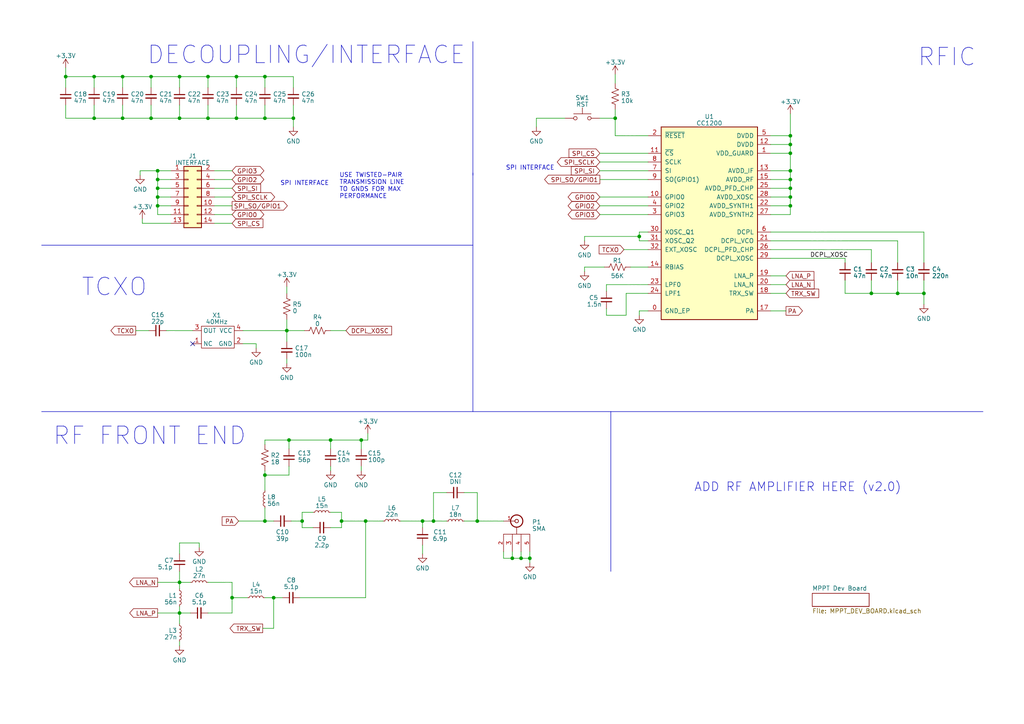
<source format=kicad_sch>
(kicad_sch (version 20230121) (generator eeschema)
  (paper "A4")
  (title_block (title "CC1200 Development Board") (date "11/12/2023") (rev "v1.0") (company "SOUTH CASCADE CONTRACTING LLC"))
  (lib_symbols
    (symbol "Connector_Generic:Conn_02x07_Odd_Even" (pin_names (offset 1.016) hide)
      (property "Reference" "J" (at 1.27 10.16 0))
      (property "Value" "Conn_02x07_Odd_Even" (at 1.27 -10.16 0))
      (symbol "Conn_02x07_Odd_Even_1_1"
        (rectangle (start -1.27 -7.493) (end 0 -7.747) (stroke (width 0.1524)))
        (rectangle (start -1.27 -4.953) (end 0 -5.207) (stroke (width 0.1524)))
        (rectangle (start -1.27 -2.413) (end 0 -2.667) (stroke (width 0.1524)))
        (rectangle (start -1.27 0.127) (end 0 -0.127) (stroke (width 0.1524)))
        (rectangle (start -1.27 2.667) (end 0 2.413) (stroke (width 0.1524)))
        (rectangle (start -1.27 5.207) (end 0 4.953) (stroke (width 0.1524)))
        (rectangle (start -1.27 7.747) (end 0 7.493) (stroke (width 0.1524)))
        (rectangle (start -1.27 8.89) (end 3.81 -8.89) (stroke (width 0.254)) (fill (type background)))
        (rectangle (start 3.81 -7.493) (end 2.54 -7.747) (stroke (width 0.1524)))
        (rectangle (start 3.81 -4.953) (end 2.54 -5.207) (stroke (width 0.1524)))
        (rectangle (start 3.81 -2.413) (end 2.54 -2.667) (stroke (width 0.1524)))
        (rectangle (start 3.81 0.127) (end 2.54 -0.127) (stroke (width 0.1524)))
        (rectangle (start 3.81 2.667) (end 2.54 2.413) (stroke (width 0.1524)))
        (rectangle (start 3.81 5.207) (end 2.54 4.953) (stroke (width 0.1524)))
        (rectangle (start 3.81 7.747) (end 2.54 7.493) (stroke (width 0.1524)))
        (pin passive line (at -5.08 7.62 0) (length 3.81) (name "Pin_1") (number "1"))
        (pin passive line (at 7.62 -2.54 180) (length 3.81) (name "Pin_10") (number "10"))
        (pin passive line (at -5.08 -5.08 0) (length 3.81) (name "Pin_11") (number "11"))
        (pin passive line (at 7.62 -5.08 180) (length 3.81) (name "Pin_12") (number "12"))
        (pin passive line (at -5.08 -7.62 0) (length 3.81) (name "Pin_13") (number "13"))
        (pin passive line (at 7.62 -7.62 180) (length 3.81) (name "Pin_14") (number "14"))
        (pin passive line (at 7.62 7.62 180) (length 3.81) (name "Pin_2") (number "2"))
        (pin passive line (at -5.08 5.08 0) (length 3.81) (name "Pin_3") (number "3"))
        (pin passive line (at 7.62 5.08 180) (length 3.81) (name "Pin_4") (number "4"))
        (pin passive line (at -5.08 2.54 0) (length 3.81) (name "Pin_5") (number "5"))
        (pin passive line (at 7.62 2.54 180) (length 3.81) (name "Pin_6") (number "6"))
        (pin passive line (at -5.08 0 0) (length 3.81) (name "Pin_7") (number "7"))
        (pin passive line (at 7.62 0 180) (length 3.81) (name "Pin_8") (number "8"))
        (pin passive line (at -5.08 -2.54 0) (length 3.81) (name "Pin_9") (number "9"))
      )
    )
    (symbol "Device:C_Small" (pin_numbers hide) (pin_names (offset 0.254) hide)
      (property "Reference" "C" (at 0.254 1.778 0))
      (property "Value" "C_Small" (at 0.254 -2.032 0))
      (symbol "C_Small_0_1"
        (polyline (pts (xy -1.524 -0.508) (xy 1.524 -0.508)) (stroke (width 0.3302)))
        (polyline (pts (xy -1.524 0.508) (xy 1.524 0.508)) (stroke (width 0.3048)))
      )
      (symbol "C_Small_1_1"
        (pin passive line (at 0 2.54 270) (length 2.032) (name "~") (number "1"))
        (pin passive line (at 0 -2.54 90) (length 2.032) (name "~") (number "2"))
      )
    )
    (symbol "Device:L_Small" (pin_numbers hide) (pin_names (offset 0.254) hide)
      (property "Reference" "L" (at 0.762 1.016 0))
      (property "Value" "L_Small" (at 0.762 -1.016 0))
      (symbol "L_Small_0_1"
        (arc (start 0 -2.032) (mid 0.5058 -1.524) (end 0 -1.016))
        (arc (start 0 -1.016) (mid 0.5058 -0.508) (end 0 0))
        (arc (start 0 0) (mid 0.5058 0.508) (end 0 1.016))
        (arc (start 0 1.016) (mid 0.5058 1.524) (end 0 2.032))
      )
      (symbol "L_Small_1_1"
        (pin passive line (at 0 2.54 270) (length 0.508) (name "~") (number "1"))
        (pin passive line (at 0 -2.54 90) (length 0.508) (name "~") (number "2"))
      )
    )
    (symbol "Device:R_US" (pin_numbers hide) (pin_names (offset 0))
      (property "Reference" "R" (at 2.54 0 90))
      (property "Value" "R_US" (at -2.54 0 90))
      (symbol "R_US_0_1"
        (polyline (pts (xy 0 -2.286) (xy 0 -2.54)))
        (polyline (pts (xy 0 2.286) (xy 0 2.54)))
        (polyline (pts (xy 0 -0.762) (xy 1.016 -1.143) (xy 0 -1.524) (xy -1.016 -1.905) (xy 0 -2.286)))
        (polyline (pts (xy 0 0.762) (xy 1.016 0.381) (xy 0 0) (xy -1.016 -0.381) (xy 0 -0.762)))
        (polyline (pts (xy 0 2.286) (xy 1.016 1.905) (xy 0 1.524) (xy -1.016 1.143) (xy 0 0.762)))
      )
      (symbol "R_US_1_1"
        (pin passive line (at 0 3.81 270) (length 1.27) (name "~") (number "1"))
        (pin passive line (at 0 -3.81 90) (length 1.27) (name "~") (number "2"))
      )
    )
    (symbol "RF:CC1200" (pin_names (offset 1.016))
      (property "Reference" "U1" (at 0 30.9499 0))
      (property "Value" "CC1200" (at 0 29.0289 0))
      (symbol "CC1200_0_1"
        (rectangle (start -13.97 27.94) (end 13.97 -27.94) (stroke (width 0.254)) (fill (type background)))
      )
      (symbol "CC1200_1_1"
        (pin power_in line (at -17.78 -25.4 0) (length 3.81) (name "GND_EP") (number "0"))
        (pin power_in line (at 17.78 20.32 180) (length 3.81) (name "VDD_GUARD") (number "1"))
        (pin bidirectional line (at -17.78 7.62 0) (length 3.81) (name "GPIO0") (number "10"))
        (pin input line (at -17.78 20.32 0) (length 3.81) (name "~{CS}") (number "11"))
        (pin power_in line (at 17.78 22.86 180) (length 3.81) (name "DVDD") (number "12"))
        (pin power_in line (at 17.78 15.24 180) (length 3.81) (name "AVDD_IF") (number "13"))
        (pin passive line (at -17.78 -12.7 0) (length 3.81) (name "RBIAS") (number "14"))
        (pin power_in line (at 17.78 12.7 180) (length 3.81) (name "AVDD_RF") (number "15"))
        (pin passive line (at 17.78 -25.4 180) (length 3.81) (name "PA") (number "17"))
        (pin passive line (at 17.78 -20.32 180) (length 3.81) (name "TRX_SW") (number "18"))
        (pin passive line (at 17.78 -15.24 180) (length 3.81) (name "LNA_P") (number "19"))
        (pin input line (at -17.78 25.4 0) (length 3.81) (name "~{RESET}") (number "2"))
        (pin passive line (at 17.78 -17.78 180) (length 3.81) (name "LNA_N") (number "20"))
        (pin power_out line (at 17.78 -5.08 180) (length 3.81) (name "DCPL_VCO") (number "21"))
        (pin power_in line (at 17.78 5.08 180) (length 3.81) (name "AVDD_SYNTH1") (number "22"))
        (pin passive line (at -17.78 -17.78 0) (length 3.81) (name "LPF0") (number "23"))
        (pin passive line (at -17.78 -20.32 0) (length 3.81) (name "LPF1") (number "24"))
        (pin power_in line (at 17.78 10.16 180) (length 3.81) (name "AVDD_PFD_CHP") (number "25"))
        (pin power_out line (at 17.78 -7.62 180) (length 3.81) (name "DCPL_PFD_CHP") (number "26"))
        (pin power_in line (at 17.78 2.54 180) (length 3.81) (name "AVDD_SYNTH2") (number "27"))
        (pin power_in line (at 17.78 7.62 180) (length 3.81) (name "AVDD_XOSC") (number "28"))
        (pin power_out line (at 17.78 -10.16 180) (length 3.81) (name "DCPL_XOSC") (number "29"))
        (pin bidirectional line (at -17.78 2.54 0) (length 3.81) (name "GPIO3") (number "3"))
        (pin passive line (at -17.78 -2.54 0) (length 3.81) (name "XOSC_Q1") (number "30"))
        (pin passive line (at -17.78 -5.08 0) (length 3.81) (name "XOSC_Q2") (number "31"))
        (pin input line (at -17.78 -7.62 0) (length 3.81) (name "EXT_XOSC") (number "32"))
        (pin bidirectional line (at -17.78 5.08 0) (length 3.81) (name "GPIO2") (number "4"))
        (pin power_in line (at 17.78 25.4 180) (length 3.81) (name "DVDD") (number "5"))
        (pin power_out line (at 17.78 -2.54 180) (length 3.81) (name "DCPL") (number "6"))
        (pin input line (at -17.78 15.24 0) (length 3.81) (name "SI") (number "7"))
        (pin input line (at -17.78 17.78 0) (length 3.81) (name "SCLK") (number "8"))
        (pin bidirectional line (at -17.78 12.7 0) (length 3.81) (name "SO(GPIO1)") (number "9"))
      )
    )
    (symbol "Switch:SW_Push" (pin_numbers hide) (pin_names (offset 1.016) hide)
      (property "Reference" "SW" (at 1.27 2.54 0))
      (property "Value" "SW_Push" (at 0 -1.524 0))
      (symbol "SW_Push_0_1"
        (circle (center -2.032 0) (radius 0.508))
        (polyline (pts (xy 0 1.27) (xy 0 3.048)))
        (polyline (pts (xy 2.54 1.27) (xy -2.54 1.27)))
        (circle (center 2.032 0) (radius 0.508))
        (pin passive line (at -5.08 0 0) (length 2.54) (name "1") (number "1"))
        (pin passive line (at 5.08 0 180) (length 2.54) (name "2") (number "2"))
      )
    )
    (symbol "TCXO:TG2520SMN-40.0000M"
      (property "Reference" "X1" (at 0 6.35 0))
      (property "Value" "40MHz" (at 0 4.445 0))
      (symbol "TG2520SMN-40.0000M_0_1"
        (rectangle (start -4.445 3.175) (end 5.08 -3.175))
      )
      (symbol "TG2520SMN-40.0000M_1_1"
        (pin input line (at -6.985 -1.905 0) (length 2.54) (name "NC") (number "1"))
        (pin input line (at 7.62 -1.905 180) (length 2.54) (name "GND") (number "2"))
        (pin output line (at -6.985 1.905 0) (length 2.54) (name "OUT") (number "3"))
        (pin input line (at 7.62 1.905 180) (length 2.54) (name "VCC") (number "4"))
      )
    )
    (symbol "amsat_te_amp:SMA" (pin_names (offset 1.016) hide)
      (property "Reference" "P" (at 0.254 3.048 0))
      (property "Value" "SMA" (at 2.794 -1.524 90))
      (symbol "SMA_0_1"
        (polyline (pts (xy -3.81 -3.81) (xy 3.81 -3.81)))
        (polyline (pts (xy 0 -3.81) (xy 0 -1.778)))
        (circle (center 0 0) (radius 0.508) (stroke (width 0.2032)))
        (circle (center 0 0) (radius 1.778) (stroke (width 0.3048)))
      )
      (symbol "SMA_1_1"
        (pin passive line (at -3.81 0 0) (length 3.302) (name "In") (number "1"))
        (pin passive line (at -3.81 -8.89 90) (length 5.08) (name "Body") (number "2"))
        (pin input line (at -1.27 -8.89 90) (length 5.08) (name "3") (number "3"))
        (pin passive line (at 1.27 -8.89 90) (length 5.08) (name "4") (number "4"))
        (pin passive line (at 3.81 -8.89 90) (length 5.08) (name "5") (number "5"))
      )
    )
    (symbol "power:+3.3V" (power) (pin_names (offset 0))
      (property "Value" "+3.3V" (at 0 3.556 0))
      (symbol "+3.3V_0_1"
        (polyline (pts (xy -0.762 1.27) (xy 0 2.54)))
        (polyline (pts (xy 0 0) (xy 0 2.54)))
        (polyline (pts (xy 0 2.54) (xy 0.762 1.27)))
      )
      (symbol "+3.3V_1_1"
        (pin power_in line (at 0 0 90) (length 0) hide (name "+3.3V") (number "1"))
      )
    )
    (symbol "power:GND" (power) (pin_names (offset 0))
      (property "Value" "GND" (at 0 -3.81 0))
      (symbol "GND_0_1"
        (polyline (pts (xy 0 0) (xy 0 -1.27) (xy 1.27 -1.27) (xy 0 -2.54) (xy -1.27 -1.27) (xy 0 -1.27)))
      )
      (symbol "GND_1_1"
        (pin power_in line (at 0 0 270) (length 0) hide (name "GND") (number "1"))
      )
    )
  )
  (junction (at 27.305 34.29))
  (junction (at 148.59 161.925))
  (junction (at 125.73 151.13))
  (junction (at 122.555 151.13))
  (junction (at 76.835 34.29))
  (junction (at 85.09 34.29))
  (junction (at 178.435 34.29))
  (junction (at 229.235 44.45))
  (junction (at 52.07 177.8))
  (junction (at 52.07 34.29))
  (junction (at 43.815 22.225))
  (junction (at 83.82 127.635))
  (junction (at 76.835 151.13))
  (junction (at 45.72 52.07))
  (junction (at 43.815 34.29))
  (junction (at 99.06 151.13))
  (junction (at 27.305 22.225))
  (junction (at 104.775 127.635))
  (junction (at 52.07 22.225))
  (junction (at 229.235 41.91))
  (junction (at 229.235 49.53))
  (junction (at 252.73 85.09))
  (junction (at 45.72 49.53))
  (junction (at 106.045 151.13))
  (junction (at 87.63 151.13))
  (junction (at 76.835 22.225))
  (junction (at 260.35 85.09))
  (junction (at 45.72 59.69))
  (junction (at 68.58 22.225))
  (junction (at 52.07 168.91))
  (junction (at 229.235 39.37))
  (junction (at 229.235 52.07))
  (junction (at 95.885 127.635))
  (junction (at 67.31 173.355))
  (junction (at 151.13 161.925))
  (junction (at 35.56 22.225))
  (junction (at 76.835 137.795))
  (junction (at 138.43 151.13))
  (junction (at 229.235 59.69))
  (junction (at 229.235 57.15))
  (junction (at 83.185 95.885))
  (junction (at 35.56 34.29))
  (junction (at 19.05 22.225))
  (junction (at 229.235 54.61))
  (junction (at 68.58 34.29))
  (junction (at 60.325 22.225))
  (junction (at 267.97 85.09))
  (junction (at 45.72 57.15))
  (junction (at 45.72 54.61))
  (junction (at 79.375 173.355))
  (junction (at 185.42 68.58))
  (junction (at 60.325 34.29))
  (junction (at 153.67 161.925))
  (no_connect (at 55.88 99.695))
  (wire (pts (xy 95.885 127.635) (xy 104.775 127.635)))
  (wire (pts (xy 19.05 19.685) (xy 19.05 22.225)))
  (wire (pts (xy 68.58 22.225) (xy 68.58 25.4)))
  (wire (pts (xy 223.52 72.39) (xy 252.73 72.39)))
  (wire (pts (xy 229.235 33.02) (xy 229.235 39.37)))
  (wire (pts (xy 138.43 142.875) (xy 138.43 151.13)))
  (wire (pts (xy 49.53 64.77) (xy 41.275 64.77)))
  (wire (pts (xy 185.42 90.17) (xy 185.42 91.44)))
  (wire (pts (xy 185.42 69.85) (xy 187.96 69.85)))
  (wire (pts (xy 67.31 177.8) (xy 67.31 173.355)))
  (wire (pts (xy 27.305 30.48) (xy 27.305 34.29)))
  (wire (pts (xy 60.325 177.8) (xy 67.31 177.8)))
  (wire (pts (xy 173.99 44.45) (xy 187.96 44.45)))
  (wire (pts (xy 260.35 81.28) (xy 260.35 85.09)))
  (wire (pts (xy 229.235 49.53) (xy 229.235 52.07)))
  (wire (pts (xy 229.235 41.91) (xy 229.235 44.45)))
  (wire (pts (xy 106.68 125.73) (xy 106.68 127.635)))
  (wire (pts (xy 52.07 165.735) (xy 52.07 168.91)))
  (wire (pts (xy 52.07 157.48) (xy 57.785 157.48)))
  (wire (pts (xy 122.555 151.13) (xy 122.555 153.035)))
  (wire (pts (xy 68.58 30.48) (xy 68.58 34.29)))
  (polyline (pts (xy 177.165 119.38) (xy 285.115 119.38)))
  (wire (pts (xy 43.815 22.225) (xy 43.815 25.4)))
  (wire (pts (xy 173.99 34.29) (xy 178.435 34.29)))
  (wire (pts (xy 95.885 148.59) (xy 99.06 148.59)))
  (wire (pts (xy 122.555 151.13) (xy 125.73 151.13)))
  (wire (pts (xy 173.99 46.99) (xy 187.96 46.99)))
  (wire (pts (xy 52.07 175.895) (xy 52.07 177.8)))
  (wire (pts (xy 182.88 77.47) (xy 187.96 77.47)))
  (wire (pts (xy 173.99 59.69) (xy 187.96 59.69)))
  (wire (pts (xy 76.835 127.635) (xy 76.835 128.905)))
  (wire (pts (xy 35.56 22.225) (xy 43.815 22.225)))
  (wire (pts (xy 223.52 54.61) (xy 229.235 54.61)))
  (wire (pts (xy 173.99 49.53) (xy 187.96 49.53)))
  (polyline (pts (xy 137.16 12.065) (xy 137.16 119.38)))
  (wire (pts (xy 45.72 49.53) (xy 45.72 52.07)))
  (wire (pts (xy 52.07 160.655) (xy 52.07 157.48)))
  (wire (pts (xy 223.52 49.53) (xy 229.235 49.53)))
  (wire (pts (xy 35.56 22.225) (xy 35.56 25.4)))
  (wire (pts (xy 35.56 30.48) (xy 35.56 34.29)))
  (wire (pts (xy 116.205 151.13) (xy 122.555 151.13)))
  (wire (pts (xy 95.885 135.255) (xy 95.885 136.525)))
  (wire (pts (xy 175.895 84.455) (xy 175.895 82.55)))
  (wire (pts (xy 175.895 82.55) (xy 187.96 82.55)))
  (wire (pts (xy 223.52 44.45) (xy 229.235 44.45)))
  (wire (pts (xy 87.63 151.13) (xy 84.455 151.13)))
  (wire (pts (xy 129.54 142.875) (xy 125.73 142.875)))
  (wire (pts (xy 49.53 49.53) (xy 45.72 49.53)))
  (wire (pts (xy 83.82 127.635) (xy 76.835 127.635)))
  (wire (pts (xy 76.835 137.795) (xy 83.82 137.795)))
  (wire (pts (xy 45.72 59.69) (xy 45.72 62.23)))
  (wire (pts (xy 52.07 34.29) (xy 43.815 34.29)))
  (wire (pts (xy 83.185 104.14) (xy 83.185 105.41)))
  (wire (pts (xy 252.73 81.28) (xy 252.73 85.09)))
  (wire (pts (xy 83.185 92.71) (xy 83.185 95.885)))
  (polyline (pts (xy 12.065 119.38) (xy 177.165 119.38)))
  (wire (pts (xy 45.72 168.91) (xy 52.07 168.91)))
  (wire (pts (xy 43.815 30.48) (xy 43.815 34.29)))
  (wire (pts (xy 87.63 153.035) (xy 90.805 153.035)))
  (wire (pts (xy 173.99 52.07) (xy 187.96 52.07)))
  (wire (pts (xy 43.815 34.29) (xy 35.56 34.29)))
  (wire (pts (xy 76.2 182.245) (xy 79.375 182.245)))
  (wire (pts (xy 45.72 52.07) (xy 45.72 54.61)))
  (wire (pts (xy 76.835 147.32) (xy 76.835 151.13)))
  (wire (pts (xy 178.435 21.59) (xy 178.435 24.13)))
  (wire (pts (xy 76.835 22.225) (xy 85.09 22.225)))
  (wire (pts (xy 52.07 22.225) (xy 60.325 22.225)))
  (wire (pts (xy 45.72 52.07) (xy 49.53 52.07)))
  (wire (pts (xy 175.895 91.44) (xy 175.895 89.535)))
  (wire (pts (xy 62.23 57.15) (xy 67.31 57.15)))
  (wire (pts (xy 229.235 54.61) (xy 229.235 57.15)))
  (wire (pts (xy 76.835 30.48) (xy 76.835 34.29)))
  (wire (pts (xy 104.775 127.635) (xy 106.68 127.635)))
  (wire (pts (xy 60.325 34.29) (xy 68.58 34.29)))
  (wire (pts (xy 45.72 57.15) (xy 45.72 59.69)))
  (wire (pts (xy 69.215 151.13) (xy 76.835 151.13)))
  (wire (pts (xy 52.07 177.8) (xy 55.245 177.8)))
  (polyline (pts (xy 12.065 71.12) (xy 137.16 71.12)))
  (wire (pts (xy 181.61 85.09) (xy 187.96 85.09)))
  (wire (pts (xy 134.62 151.13) (xy 138.43 151.13)))
  (wire (pts (xy 185.42 68.58) (xy 169.545 68.58)))
  (wire (pts (xy 178.435 34.29) (xy 178.435 39.37)))
  (wire (pts (xy 245.11 74.93) (xy 245.11 76.2)))
  (wire (pts (xy 27.305 22.225) (xy 35.56 22.225)))
  (wire (pts (xy 223.52 57.15) (xy 229.235 57.15)))
  (wire (pts (xy 223.52 82.55) (xy 227.965 82.55)))
  (wire (pts (xy 146.05 161.925) (xy 148.59 161.925)))
  (wire (pts (xy 181.61 91.44) (xy 175.895 91.44)))
  (wire (pts (xy 151.13 161.925) (xy 153.67 161.925)))
  (wire (pts (xy 173.99 62.23) (xy 187.96 62.23)))
  (wire (pts (xy 229.235 59.69) (xy 229.235 62.23)))
  (wire (pts (xy 67.31 173.355) (xy 71.755 173.355)))
  (wire (pts (xy 185.42 90.17) (xy 187.96 90.17)))
  (wire (pts (xy 223.52 39.37) (xy 229.235 39.37)))
  (wire (pts (xy 106.045 151.13) (xy 106.045 173.355)))
  (wire (pts (xy 60.325 30.48) (xy 60.325 34.29)))
  (wire (pts (xy 76.835 136.525) (xy 76.835 137.795)))
  (wire (pts (xy 48.26 95.885) (xy 55.88 95.885)))
  (wire (pts (xy 146.05 160.02) (xy 146.05 161.925)))
  (wire (pts (xy 52.07 177.8) (xy 52.07 180.975)))
  (wire (pts (xy 173.99 57.15) (xy 187.96 57.15)))
  (wire (pts (xy 153.67 161.925) (xy 153.67 163.195)))
  (wire (pts (xy 148.59 160.02) (xy 148.59 161.925)))
  (wire (pts (xy 49.53 59.69) (xy 45.72 59.69)))
  (wire (pts (xy 122.555 158.115) (xy 122.555 160.655)))
  (wire (pts (xy 35.56 34.29) (xy 27.305 34.29)))
  (wire (pts (xy 229.235 44.45) (xy 229.235 49.53)))
  (wire (pts (xy 125.73 151.13) (xy 129.54 151.13)))
  (wire (pts (xy 40.64 49.53) (xy 45.72 49.53)))
  (wire (pts (xy 169.545 77.47) (xy 175.26 77.47)))
  (wire (pts (xy 85.09 25.4) (xy 85.09 22.225)))
  (wire (pts (xy 181.61 85.09) (xy 181.61 91.44)))
  (wire (pts (xy 60.325 22.225) (xy 60.325 25.4)))
  (polyline (pts (xy 177.165 165.735) (xy 177.165 119.38)))
  (wire (pts (xy 52.07 168.91) (xy 55.245 168.91)))
  (wire (pts (xy 151.13 160.02) (xy 151.13 161.925)))
  (wire (pts (xy 95.885 95.885) (xy 100.33 95.885)))
  (wire (pts (xy 70.485 95.885) (xy 83.185 95.885)))
  (wire (pts (xy 223.52 85.09) (xy 227.965 85.09)))
  (wire (pts (xy 79.375 173.355) (xy 79.375 182.245)))
  (wire (pts (xy 95.885 127.635) (xy 95.885 130.175)))
  (wire (pts (xy 19.05 34.29) (xy 19.05 30.48)))
  (wire (pts (xy 106.045 151.13) (xy 111.125 151.13)))
  (wire (pts (xy 19.05 25.4) (xy 19.05 22.225)))
  (wire (pts (xy 87.63 148.59) (xy 90.805 148.59)))
  (wire (pts (xy 62.23 59.69) (xy 67.31 59.69)))
  (wire (pts (xy 49.53 62.23) (xy 45.72 62.23)))
  (wire (pts (xy 153.67 161.925) (xy 153.67 160.02)))
  (wire (pts (xy 39.37 95.885) (xy 43.18 95.885)))
  (wire (pts (xy 87.63 151.13) (xy 87.63 153.035)))
  (wire (pts (xy 83.82 130.175) (xy 83.82 127.635)))
  (wire (pts (xy 245.11 81.28) (xy 245.11 85.09)))
  (wire (pts (xy 62.23 62.23) (xy 67.31 62.23)))
  (wire (pts (xy 99.06 151.13) (xy 99.06 153.035)))
  (wire (pts (xy 67.31 168.91) (xy 60.325 168.91)))
  (wire (pts (xy 155.575 34.29) (xy 155.575 36.83)))
  (polyline (pts (xy 137.16 50.8) (xy 137.16 50.165)))
  (wire (pts (xy 104.775 135.255) (xy 104.775 136.525)))
  (wire (pts (xy 223.52 90.17) (xy 227.965 90.17)))
  (wire (pts (xy 45.72 54.61) (xy 49.53 54.61)))
  (wire (pts (xy 185.42 67.31) (xy 185.42 68.58)))
  (wire (pts (xy 52.07 30.48) (xy 52.07 34.29)))
  (wire (pts (xy 252.73 72.39) (xy 252.73 76.2)))
  (wire (pts (xy 134.62 142.875) (xy 138.43 142.875)))
  (wire (pts (xy 83.185 95.885) (xy 88.265 95.885)))
  (wire (pts (xy 60.325 22.225) (xy 68.58 22.225)))
  (wire (pts (xy 83.185 95.885) (xy 83.185 99.06)))
  (wire (pts (xy 169.545 77.47) (xy 169.545 78.74)))
  (wire (pts (xy 178.435 31.75) (xy 178.435 34.29)))
  (wire (pts (xy 229.235 39.37) (xy 229.235 41.91)))
  (wire (pts (xy 229.235 57.15) (xy 229.235 59.69)))
  (wire (pts (xy 267.97 85.09) (xy 267.97 88.265)))
  (wire (pts (xy 76.835 173.355) (xy 79.375 173.355)))
  (wire (pts (xy 260.35 85.09) (xy 267.97 85.09)))
  (wire (pts (xy 125.73 142.875) (xy 125.73 151.13)))
  (wire (pts (xy 267.97 85.09) (xy 267.97 81.28)))
  (wire (pts (xy 223.52 69.85) (xy 260.35 69.85)))
  (wire (pts (xy 41.275 63.5) (xy 41.275 64.77)))
  (wire (pts (xy 45.72 54.61) (xy 45.72 57.15)))
  (wire (pts (xy 68.58 22.225) (xy 76.835 22.225)))
  (wire (pts (xy 62.23 49.53) (xy 67.31 49.53)))
  (wire (pts (xy 163.83 34.29) (xy 155.575 34.29)))
  (wire (pts (xy 52.07 168.91) (xy 52.07 170.815)))
  (wire (pts (xy 169.545 68.58) (xy 169.545 69.85)))
  (wire (pts (xy 223.52 74.93) (xy 245.11 74.93)))
  (wire (pts (xy 138.43 151.13) (xy 146.05 151.13)))
  (wire (pts (xy 43.815 22.225) (xy 52.07 22.225)))
  (wire (pts (xy 185.42 68.58) (xy 185.42 69.85)))
  (wire (pts (xy 223.52 52.07) (xy 229.235 52.07)))
  (wire (pts (xy 76.835 151.13) (xy 79.375 151.13)))
  (wire (pts (xy 83.82 137.795) (xy 83.82 135.255)))
  (wire (pts (xy 245.11 85.09) (xy 252.73 85.09)))
  (wire (pts (xy 62.23 64.77) (xy 67.31 64.77)))
  (wire (pts (xy 62.23 52.07) (xy 67.31 52.07)))
  (wire (pts (xy 267.97 67.31) (xy 267.97 76.2)))
  (wire (pts (xy 79.375 173.355) (xy 81.915 173.355)))
  (wire (pts (xy 180.975 72.39) (xy 187.96 72.39)))
  (wire (pts (xy 85.09 34.29) (xy 85.09 36.83)))
  (wire (pts (xy 187.96 67.31) (xy 185.42 67.31)))
  (wire (pts (xy 187.96 39.37) (xy 178.435 39.37)))
  (wire (pts (xy 68.58 34.29) (xy 76.835 34.29)))
  (wire (pts (xy 85.09 30.48) (xy 85.09 34.29)))
  (wire (pts (xy 76.835 22.225) (xy 76.835 25.4)))
  (wire (pts (xy 83.82 127.635) (xy 95.885 127.635)))
  (wire (pts (xy 76.835 34.29) (xy 85.09 34.29)))
  (wire (pts (xy 45.72 177.8) (xy 52.07 177.8)))
  (wire (pts (xy 74.295 99.695) (xy 74.295 100.965)))
  (wire (pts (xy 27.305 34.29) (xy 19.05 34.29)))
  (wire (pts (xy 86.995 173.355) (xy 106.045 173.355)))
  (wire (pts (xy 148.59 161.925) (xy 151.13 161.925)))
  (wire (pts (xy 62.23 54.61) (xy 67.31 54.61)))
  (wire (pts (xy 229.235 52.07) (xy 229.235 54.61)))
  (wire (pts (xy 104.775 127.635) (xy 104.775 130.175)))
  (wire (pts (xy 223.52 62.23) (xy 229.235 62.23)))
  (wire (pts (xy 52.07 22.225) (xy 52.07 25.4)))
  (wire (pts (xy 252.73 85.09) (xy 260.35 85.09)))
  (wire (pts (xy 27.305 22.225) (xy 27.305 25.4)))
  (wire (pts (xy 223.52 41.91) (xy 229.235 41.91)))
  (wire (pts (xy 99.06 151.13) (xy 106.045 151.13)))
  (wire (pts (xy 223.52 80.01) (xy 227.965 80.01)))
  (wire (pts (xy 45.72 57.15) (xy 49.53 57.15)))
  (wire (pts (xy 70.485 99.695) (xy 74.295 99.695)))
  (wire (pts (xy 40.64 49.53) (xy 40.64 50.8)))
  (wire (pts (xy 87.63 148.59) (xy 87.63 151.13)))
  (wire (pts (xy 99.06 153.035) (xy 95.885 153.035)))
  (wire (pts (xy 99.06 148.59) (xy 99.06 151.13)))
  (wire (pts (xy 52.07 34.29) (xy 60.325 34.29)))
  (wire (pts (xy 223.52 67.31) (xy 267.97 67.31)))
  (wire (pts (xy 260.35 69.85) (xy 260.35 76.2)))
  (wire (pts (xy 67.31 173.355) (xy 67.31 168.91)))
  (wire (pts (xy 76.835 137.795) (xy 76.835 142.24)))
  (wire (pts (xy 19.05 22.225) (xy 27.305 22.225)))
  (wire (pts (xy 223.52 59.69) (xy 229.235 59.69)))
  (wire (pts (xy 83.185 83.185) (xy 83.185 85.09)))
  (wire (pts (xy 57.785 157.48) (xy 57.785 158.75)))
  (wire (pts (xy 52.07 186.055) (xy 52.07 187.325)))
  (text "RFIC" (at 266.065 19.685 0) (effects (font (size 5.08 5.08)) (justify left bottom)))
  (text "TCXO" (at 23.495 86.36 0) (effects (font (size 5.08 5.08)) (justify left bottom)))
  (text "RF FRONT END\n" (at 15.24 129.54 0) (effects (font (size 5.08 5.08)) (justify left bottom)))
  (text "ADD RF AMPLIFIER HERE (v2.0)" (at 201.295 142.875 0) (effects (font (size 2.54 2.54)) (justify left bottom)))
  (text "DECOUPLING/INTERFACE\n" (at 42.545 19.05 0) (effects (font (size 5.08 5.08)) (justify left bottom)))
  (text "USE TWISTED-PAIR \nTRANSMISSION LINE\nTO GNDS FOR MAX\nPERFORMANCE" (at 98.425 57.785 0) (effects (font (size 1.27 1.27)) (justify left bottom)))
  (text "SPI INTERFACE\n" (at 81.28 53.975 0) (effects (font (size 1.27 1.27)) (justify left bottom)))
  (text "SPI INTERFACE\n" (at 146.685 49.53 0) (effects (font (size 1.27 1.27)) (justify left bottom)))
  (label "PA_PULLUP" (at 76.835 140.97 0))
  (label "RX_IN" (at 62.865 168.91 0))
  (label "ANT_OUT_C" (at 118.745 151.13 0))
  (label "DCPL_PFD_CHP" (at 234.95 72.39 0))
  (label "DCPL_VCO" (at 234.95 69.85 0))
  (label "LFP1" (at 181.61 85.09 0))
  (label "DCPL_XOSC" (at 234.95 74.93 0))
  (label "PA_OUT" (at 85.725 151.13 0))
  (label "ANT_OUT" (at 139.7 151.13 0))
  (label "DCPL" (at 234.95 67.31 0))
  (label "TCXO_OUT" (at 48.895 95.885 0) (effects (font (size 0.254 0.254))))
  (label "RESET" (at 179.705 39.37 0))
  (label "FILTER_IN" (at 100.965 151.13 0))
  (label "LFP0" (at 181.61 82.55 0))
  (global_label "GPIO3" (shape bidirectional) (at 67.31 49.53 0) (property "Intersheetrefs" "${INTERSHEET_REFS}" (effects hide)))
  (global_label "SPI_CS" (shape input) (at 173.99 44.45 180) (property "Intersheetrefs" "${INTERSHEET_REFS}" (effects hide)))
  (global_label "PA" (shape output) (at 227.965 90.17 0) (property "Intersheetrefs" "${INTERSHEET_REFS}" (effects hide)))
  (global_label "LNA_P" (shape output) (at 45.72 177.8 180) (property "Intersheetrefs" "${INTERSHEET_REFS}" (effects hide)))
  (global_label "SPI_SO{slash}GPIO1" (shape output) (at 173.99 52.07 180) (property "Intersheetrefs" "${INTERSHEET_REFS}" (effects hide)))
  (global_label "LNA_P" (shape input) (at 227.965 80.01 0) (property "Intersheetrefs" "${INTERSHEET_REFS}" (effects hide)))
  (global_label "TRX_SW" (shape output) (at 76.2 182.245 180) (property "Intersheetrefs" "${INTERSHEET_REFS}" (effects hide)))
  (global_label "TCXO" (shape output) (at 39.37 95.885 180) (property "Intersheetrefs" "${INTERSHEET_REFS}" (effects hide)))
  (global_label "SPI_SI" (shape input) (at 67.31 54.61 0) (property "Intersheetrefs" "${INTERSHEET_REFS}" (effects hide)))
  (global_label "DCPL_XOSC" (shape input) (at 100.33 95.885 0) (property "Intersheetrefs" "${INTERSHEET_REFS}" (effects hide)))
  (global_label "SPI_SI" (shape input) (at 173.99 49.53 180) (property "Intersheetrefs" "${INTERSHEET_REFS}" (effects hide)))
  (global_label "TCXO" (shape input) (at 180.975 72.39 180) (property "Intersheetrefs" "${INTERSHEET_REFS}" (effects hide)))
  (global_label "LNA_N" (shape output) (at 45.72 168.91 180) (property "Intersheetrefs" "${INTERSHEET_REFS}" (effects hide)))
  (global_label "GPIO0" (shape bidirectional) (at 67.31 62.23 0) (property "Intersheetrefs" "${INTERSHEET_REFS}" (effects hide)))
  (global_label "SPI_CS" (shape input) (at 67.31 64.77 0) (property "Intersheetrefs" "${INTERSHEET_REFS}" (effects hide)))
  (global_label "GPIO3" (shape bidirectional) (at 173.99 62.23 180) (property "Intersheetrefs" "${INTERSHEET_REFS}" (effects hide)))
  (global_label "GPIO2" (shape bidirectional) (at 67.31 52.07 0) (property "Intersheetrefs" "${INTERSHEET_REFS}" (effects hide)))
  (global_label "SPI_SO{slash}GPIO1" (shape output) (at 67.31 59.69 0) (property "Intersheetrefs" "${INTERSHEET_REFS}" (effects hide)))
  (global_label "TRX_SW" (shape input) (at 227.965 85.09 0) (property "Intersheetrefs" "${INTERSHEET_REFS}" (effects hide)))
  (global_label "LNA_N" (shape input) (at 227.965 82.55 0) (property "Intersheetrefs" "${INTERSHEET_REFS}" (effects hide)))
  (global_label "GPIO2" (shape bidirectional) (at 173.99 59.69 180) (property "Intersheetrefs" "${INTERSHEET_REFS}" (effects hide)))
  (global_label "SPI_SCLK" (shape bidirectional) (at 173.99 46.99 180) (property "Intersheetrefs" "${INTERSHEET_REFS}" (effects hide)))
  (global_label "PA" (shape input) (at 69.215 151.13 180) (property "Intersheetrefs" "${INTERSHEET_REFS}" (effects hide)))
  (global_label "GPIO0" (shape bidirectional) (at 173.99 57.15 180) (property "Intersheetrefs" "${INTERSHEET_REFS}" (effects hide)))
  (global_label "SPI_SCLK" (shape bidirectional) (at 67.31 57.15 0) (property "Intersheetrefs" "${INTERSHEET_REFS}" (effects hide)))
  (symbol (lib_id "Device:C_Small") (at 122.555 155.575 180) (unit 1)
    (property "Reference" "C11" (at 127.635 154.305 0))
    (property "Value" "6.9p" (at 127.635 156.21 0))
    (property "Footprint" "Capacitor_SMD:C_0402_1005Metric_Pad0.74x0.62mm_HandSolder" (effects hide))
    (property "Datasheet" "https://www.mouser.com/ProductDetail/Murata-Electronics/GJM1555C1H6R9BB01D?qs=YLLXL5qGyDsEYZHuaZzB0A%3D%3D" (effects hide))
  )
  (symbol (lib_id "power:GND") (at 57.785 158.75 0) (unit 1)
    (property "Reference" "#PWR07" (effects hide))
    (property "Value" "GND" (at 57.785 162.8855 0))
  )
  (symbol (lib_id "power:GND") (at 104.775 136.525 0) (unit 1)
    (property "Reference" "#PWR011" (effects hide))
    (property "Value" "GND" (at 104.775 140.6605 0))
  )
  (symbol (lib_id "Device:C_Small") (at 76.835 27.94 0) (unit 1)
    (property "Reference" "C25" (at 79.1591 27.3026 0) (effects (justify left)))
    (property "Value" "47n" (at 79.1591 29.2236 0) (effects (justify left)))
    (property "Footprint" "Capacitor_SMD:C_0402_1005Metric_Pad0.74x0.62mm_HandSolder" (effects hide))
    (property "Datasheet" "https://www.mouser.com/datasheet/2/281/1/GRM155R71C473JA01_01A-1983976.pdf" (effects hide))
    (property "Name" "GRM155R71C473JA01D" (effects hide))
  )
  (symbol (lib_id "Device:L_Small") (at 52.07 183.515 0) (unit 1)
    (property "Reference" "L3" (at 48.895 182.88 0) (effects (justify left)))
    (property "Value" "27n" (at 47.625 184.785 0) (effects (justify left)))
    (property "Footprint" "Inductor_SMD:L_0402_1005Metric_Pad0.77x0.64mm_HandSolder" (effects hide))
    (property "Name" "7447840127" (effects hide))
  )
  (symbol (lib_id "Device:C_Small") (at 19.05 27.94 0) (unit 1)
    (property "Reference" "C18" (at 21.3741 27.3026 0) (effects (justify left)))
    (property "Value" "47n" (at 21.3741 29.2236 0) (effects (justify left)))
    (property "Footprint" "Capacitor_SMD:C_0402_1005Metric_Pad0.74x0.62mm_HandSolder" (effects hide))
    (property "Datasheet" "https://www.mouser.com/datasheet/2/281/1/GRM155R71C473JA01_01A-1983976.pdf" (effects hide))
    (property "Name" "GRM155R71C473JA01D" (effects hide))
  )
  (symbol (lib_id "Device:C_Small") (at 60.325 27.94 0) (unit 1)
    (property "Reference" "C23" (at 62.6491 27.3026 0) (effects (justify left)))
    (property "Value" "47n" (at 62.6491 29.2236 0) (effects (justify left)))
    (property "Footprint" "Capacitor_SMD:C_0402_1005Metric_Pad0.74x0.62mm_HandSolder" (effects hide))
    (property "Datasheet" "https://www.mouser.com/datasheet/2/281/1/GRM155R71C473JA01_01A-1983976.pdf" (effects hide))
    (property "Name" "GRM155R71C473JA01D" (effects hide))
  )
  (symbol (lib_id "power:+3.3V") (at 19.05 19.685 0) (unit 1)
    (property "Reference" "#PWR017" (effects hide))
    (property "Value" "+3.3V" (at 19.05 16.1831 0))
  )
  (symbol (lib_id "power:+3.3V") (at 41.275 63.5 0) (unit 1)
    (property "Reference" "#PWR023" (effects hide))
    (property "Value" "+3.3V" (at 41.275 59.9981 0))
  )
  (symbol (lib_id "Device:C_Small") (at 57.785 177.8 90) (unit 1)
    (property "Reference" "C6" (at 57.785 172.72 90))
    (property "Value" "5.1p" (at 57.785 174.625 90))
    (property "Footprint" "Capacitor_SMD:C_0402_1005Metric_Pad0.74x0.62mm_HandSolder" (effects hide))
    (property "Name" "GRM0335C1H5R1CA01D" (effects hide))
  )
  (symbol (lib_id "power:+3.3V") (at 178.435 21.59 0) (unit 1)
    (property "Reference" "#PWR021" (effects hide))
    (property "Value" "+3.3V" (at 178.435 18.0881 0))
  )
  (symbol (lib_id "RF:CC1200") (at 205.74 64.77 0) (unit 1)
    (property "Reference" "U1" (at 205.74 33.8201 0))
    (property "Value" "CC1200" (at 205.74 35.7411 0))
    (property "Footprint" "TI_Custom:CC1200" (effects hide))
    (property "Datasheet" "http://www.ti.com/lit/ds/symlink/cc1200.pdf" (effects hide))
    (property "Name" "CC1200" (effects hide))
  )
  (symbol (lib_id "Device:C_Small") (at 252.73 78.74 180) (unit 1)
    (property "Reference" "C2" (at 255.0541 78.0899 0) (effects (justify right)))
    (property "Value" "47n" (at 255.0541 80.0109 0) (effects (justify right)))
    (property "Footprint" "Capacitor_SMD:C_0402_1005Metric_Pad0.74x0.62mm_HandSolder" (effects hide))
    (property "Datasheet" "https://www.mouser.com/datasheet/2/281/1/GRM155R71C473JA01_01A-1983976.pdf" (effects hide))
    (property "Name" "GRM155R71C473JA01D" (effects hide))
  )
  (symbol (lib_id "Device:C_Small") (at 267.97 78.74 180) (unit 1)
    (property "Reference" "C4" (at 270.2941 78.0899 0) (effects (justify right)))
    (property "Value" "220n" (at 270.2941 80.0109 0) (effects (justify right)))
    (property "Footprint" "Capacitor_SMD:C_0402_1005Metric_Pad0.74x0.62mm_HandSolder" (effects hide))
    (property "Datasheet" "https://www.mouser.com/datasheet/2/281/1/GRM155R61E224KE01_01A-1983877.pdf" (effects hide))
    (property "Name" "GRM155R61E224KE01D" (effects hide))
  )
  (symbol (lib_id "Device:C_Small") (at 85.09 27.94 0) (unit 1)
    (property "Reference" "C26" (at 87.4141 27.3026 0) (effects (justify left)))
    (property "Value" "47n" (at 87.4141 29.2236 0) (effects (justify left)))
    (property "Footprint" "Capacitor_SMD:C_0402_1005Metric_Pad0.74x0.62mm_HandSolder" (effects hide))
    (property "Datasheet" "https://www.mouser.com/datasheet/2/281/1/GRM155R71C473JA01_01A-1983976.pdf" (effects hide))
    (property "Name" "GRM155R71C473JA01D" (effects hide))
  )
  (symbol (lib_id "power:+3.3V") (at 229.235 33.02 0) (unit 1)
    (property "Reference" "#PWR01" (effects hide))
    (property "Value" "+3.3V" (at 229.235 29.5181 0))
  )
  (symbol (lib_id "Device:C_Small") (at 35.56 27.94 0) (unit 1)
    (property "Reference" "C20" (at 37.8841 27.3026 0) (effects (justify left)))
    (property "Value" "47n" (at 37.8841 29.2236 0) (effects (justify left)))
    (property "Footprint" "Capacitor_SMD:C_0402_1005Metric_Pad0.74x0.62mm_HandSolder" (effects hide))
    (property "Datasheet" "https://www.mouser.com/datasheet/2/281/1/GRM155R71C473JA01_01A-1983976.pdf" (effects hide))
    (property "Name" "GRM155R71C473JA01D" (effects hide))
  )
  (symbol (lib_id "Device:R_US") (at 178.435 27.94 0) (unit 1)
    (property "Reference" "R3" (at 180.086 27.2963 0) (effects (justify left)))
    (property "Value" "10k" (at 180.086 29.2173 0) (effects (justify left)))
    (property "Footprint" "Resistor_SMD:R_0402_1005Metric_Pad0.72x0.64mm_HandSolder" (effects hide))
    (property "Name" "CR0402-FX-1002GLF" (effects hide))
  )
  (symbol (lib_id "Device:R_US") (at 92.075 95.885 90) (unit 1)
    (property "Reference" "R4" (at 92.075 91.9861 90))
    (property "Value" "0" (at 92.075 93.9071 90))
    (property "Footprint" "Resistor_SMD:R_0402_1005Metric_Pad0.72x0.64mm_HandSolder" (effects hide))
    (property "Name" "RK73Z1ETTP" (effects hide))
  )
  (symbol (lib_id "Device:C_Small") (at 95.885 132.715 180) (unit 1)
    (property "Reference" "C14" (at 99.695 131.445 0))
    (property "Value" "10n" (at 99.695 133.35 0))
    (property "Footprint" "Capacitor_SMD:C_0402_1005Metric_Pad0.74x0.62mm_HandSolder" (effects hide))
    (property "Name" "CC0402KPX7R8BB103" (effects hide))
  )
  (symbol (lib_id "Device:C_Small") (at 175.895 86.995 180) (unit 1)
    (property "Reference" "C5" (at 170.815 86.36 0) (effects (justify right)))
    (property "Value" "1.5n" (at 170.18 88.265 0) (effects (justify right)))
    (property "Footprint" "Capacitor_SMD:C_0402_1005Metric_Pad0.74x0.62mm_HandSolder" (effects hide))
    (property "Name" "GRM1557U1A152JA01D" (effects hide))
  )
  (symbol (lib_id "Device:C_Small") (at 81.915 151.13 90) (unit 1)
    (property "Reference" "C10" (at 81.915 154.305 90))
    (property "Value" "39p" (at 81.915 156.21 90))
    (property "Footprint" "Capacitor_SMD:C_0402_1005Metric_Pad0.74x0.62mm_HandSolder" (effects hide))
    (property "Name" "AC0402JRNPO9BN390" (effects hide))
  )
  (symbol (lib_id "power:GND") (at 122.555 160.655 0) (unit 1)
    (property "Reference" "#PWR09" (effects hide))
    (property "Value" "GND" (at 122.555 164.7905 0))
  )
  (symbol (lib_id "power:GND") (at 169.545 69.85 0) (unit 1)
    (property "Reference" "#PWR02" (effects hide))
    (property "Value" "GND" (at 169.545 73.9855 0))
  )
  (symbol (lib_id "power:GND") (at 267.97 88.265 0) (unit 1)
    (property "Reference" "#PWR05" (effects hide))
    (property "Value" "GND" (at 267.97 92.4005 0))
  )
  (symbol (lib_id "power:GND") (at 40.64 50.8 0) (unit 1)
    (property "Reference" "#PWR022" (effects hide))
    (property "Value" "GND" (at 40.64 54.9355 0))
  )
  (symbol (lib_id "power:+3.3V") (at 106.68 125.73 0) (unit 1)
    (property "Reference" "#PWR012" (effects hide))
    (property "Value" "+3.3V" (at 106.68 122.2281 0))
  )
  (symbol (lib_id "Device:C_Small") (at 52.07 163.195 180) (unit 1)
    (property "Reference" "C7" (at 47.625 162.56 0) (effects (justify right)))
    (property "Value" "5.1p" (at 45.72 164.465 0) (effects (justify right)))
    (property "Footprint" "Capacitor_SMD:C_0402_1005Metric_Pad0.74x0.62mm_HandSolder" (effects hide))
    (property "Name" "GRM0335C1H5R1CA01D" (effects hide))
  )
  (symbol (lib_id "power:GND") (at 85.09 36.83 0) (unit 1)
    (property "Reference" "#PWR016" (effects hide))
    (property "Value" "GND" (at 85.09 40.9655 0))
  )
  (symbol (lib_id "Device:C_Small") (at 43.815 27.94 0) (unit 1)
    (property "Reference" "C21" (at 46.1391 27.3026 0) (effects (justify left)))
    (property "Value" "47n" (at 46.1391 29.2236 0) (effects (justify left)))
    (property "Footprint" "Capacitor_SMD:C_0402_1005Metric_Pad0.74x0.62mm_HandSolder" (effects hide))
    (property "Datasheet" "https://www.mouser.com/datasheet/2/281/1/GRM155R71C473JA01_01A-1983976.pdf" (effects hide))
    (property "Name" "GRM155R71C473JA01D" (effects hide))
  )
  (symbol (lib_id "power:GND") (at 169.545 78.74 0) (unit 1)
    (property "Reference" "#PWR03" (effects hide))
    (property "Value" "GND" (at 169.545 82.8755 0))
  )
  (symbol (lib_id "Device:L_Small") (at 76.835 144.78 180) (unit 1)
    (property "Reference" "L8" (at 78.74 144.145 0))
    (property "Value" "56n" (at 79.375 146.05 0))
    (property "Footprint" "Inductor_SMD:L_0402_1005Metric_Pad0.77x0.64mm_HandSolder" (effects hide))
    (property "Name" "LQG15HN56NJ02D" (effects hide))
  )
  (symbol (lib_id "Device:R_US") (at 179.07 77.47 90) (unit 1)
    (property "Reference" "R1" (at 179.07 75.565 90))
    (property "Value" "56K" (at 179.07 80.01 90))
    (property "Footprint" "Resistor_SMD:R_0402_1005Metric_Pad0.72x0.64mm_HandSolder" (effects hide))
    (property "Name" "CR0402-FX-5602GLF" (effects hide))
  )
  (symbol (lib_id "power:+3.3V") (at 83.185 83.185 0) (unit 1)
    (property "Reference" "#PWR015" (effects hide))
    (property "Value" "+3.3V" (at 83.185 79.6831 0))
  )
  (symbol (lib_id "Connector_Generic:Conn_02x07_Odd_Even") (at 54.61 57.15 0) (unit 1)
    (property "Reference" "J1" (at 55.88 45.2501 0))
    (property "Value" "INTERFACE" (at 55.88 47.1711 0))
    (property "Footprint" "Connector_PinHeader_2.54mm:PinHeader_2x07_P2.54mm_Vertical_SMD" (effects hide))
    (property "Name" "10129383-914001ALF" (effects hide))
  )
  (symbol (lib_id "Device:C_Small") (at 132.08 142.875 270) (unit 1)
    (property "Reference" "C12" (at 132.08 137.795 90))
    (property "Value" "DNI" (at 132.08 139.7 90))
    (property "Footprint" "Capacitor_SMD:C_0402_1005Metric_Pad0.74x0.62mm_HandSolder" (effects hide))
    (property "Name" "DNI" (effects hide))
  )
  (symbol (lib_id "Device:L_Small") (at 57.785 168.91 90) (unit 1)
    (property "Reference" "L2" (at 57.785 165.1 90))
    (property "Value" "27n" (at 57.785 167.005 90))
    (property "Footprint" "Inductor_SMD:L_0402_1005Metric_Pad0.77x0.64mm_HandSolder" (effects hide))
    (property "Name" "7447840127" (effects hide))
  )
  (symbol (lib_id "Device:L_Small") (at 52.07 173.355 0) (unit 1)
    (property "Reference" "L1" (at 48.895 172.72 0) (effects (justify left)))
    (property "Value" "56n" (at 47.625 174.625 0) (effects (justify left)))
    (property "Footprint" "Inductor_SMD:L_0402_1005Metric_Pad0.77x0.64mm_HandSolder" (effects hide))
    (property "Name" "LQG15HN56NJ02D" (effects hide))
  )
  (symbol (lib_id "Device:C_Small") (at 245.11 78.74 180) (unit 1)
    (property "Reference" "C1" (at 247.4341 78.0899 0) (effects (justify right)))
    (property "Value" "47n" (at 247.4341 80.0109 0) (effects (justify right)))
    (property "Footprint" "Capacitor_SMD:C_0402_1005Metric_Pad0.74x0.62mm_HandSolder" (effects hide))
    (property "Datasheet" "https://www.mouser.com/datasheet/2/281/1/GRM155R71C473JA01_01A-1983976.pdf" (effects hide))
    (property "Name" "GRM155R71C473JA01D" (effects hide))
  )
  (symbol (lib_id "Device:C_Small") (at 83.185 101.6 0) (unit 1)
    (property "Reference" "C17" (at 85.5091 100.9626 0) (effects (justify left)))
    (property "Value" "100n" (at 85.5091 102.8836 0) (effects (justify left)))
    (property "Footprint" "Capacitor_SMD:C_0402_1005Metric_Pad0.74x0.62mm_HandSolder" (effects hide))
    (property "Name" "0402B104K6R3CT" (effects hide))
  )
  (symbol (lib_id "Device:C_Small") (at 52.07 27.94 0) (unit 1)
    (property "Reference" "C22" (at 54.3941 27.3026 0) (effects (justify left)))
    (property "Value" "47n" (at 54.3941 29.2236 0) (effects (justify left)))
    (property "Footprint" "Capacitor_SMD:C_0402_1005Metric_Pad0.74x0.62mm_HandSolder" (effects hide))
    (property "Datasheet" "https://www.mouser.com/datasheet/2/281/1/GRM155R71C473JA01_01A-1983976.pdf" (effects hide))
    (property "Name" "GRM155R71C473JA01D" (effects hide))
  )
  (symbol (lib_id "Device:C_Small") (at 93.345 153.035 90) (unit 1)
    (property "Reference" "C9" (at 93.345 156.21 90))
    (property "Value" "2.2p" (at 93.345 158.115 90))
    (property "Footprint" "Capacitor_SMD:C_0402_1005Metric_Pad0.74x0.62mm_HandSolder" (effects hide))
    (property "Name" "CGA2B2C0G1H2R2C050BA" (effects hide))
  )
  (symbol (lib_id "Device:L_Small") (at 74.295 173.355 90) (unit 1)
    (property "Reference" "L4" (at 74.295 169.545 90))
    (property "Value" "15n" (at 74.295 171.45 90))
    (property "Footprint" "Inductor_SMD:L_0402_1005Metric_Pad0.77x0.64mm_HandSolder" (effects hide))
    (property "Name" "LQW15AN15NJ00D" (effects hide))
  )
  (symbol (lib_id "Device:R_US") (at 76.835 132.715 0) (unit 1)
    (property "Reference" "R2" (at 78.486 132.0713 0) (effects (justify left)))
    (property "Value" "18" (at 78.486 133.9923 0) (effects (justify left)))
    (property "Footprint" "Resistor_SMD:R_0402_1005Metric_Pad0.72x0.64mm_HandSolder" (effects hide))
    (property "Name" "CR0402-JW-180GLF" (effects hide))
  )
  (symbol (lib_id "Device:C_Small") (at 45.72 95.885 90) (unit 1)
    (property "Reference" "C16" (at 45.7263 91.313 90))
    (property "Value" "22p" (at 45.7263 93.234 90))
    (property "Footprint" "Capacitor_SMD:C_0402_1005Metric_Pad0.74x0.62mm_HandSolder" (effects hide))
    (property "Datasheet" "https://www.mouser.com/datasheet/2/585/MLCC-1837944.pdf" (effects hide))
    (property "Name" "CL05C220JB5NNND" (effects hide))
  )
  (symbol (lib_id "Device:L_Small") (at 113.665 151.13 90) (unit 1)
    (property "Reference" "L6" (at 113.665 147.32 90))
    (property "Value" "22n" (at 113.665 149.225 90))
    (property "Footprint" "Inductor_SMD:L_0402_1005Metric_Pad0.77x0.64mm_HandSolder" (effects hide))
    (property "Datasheet" "https://www.mouser.com/ProductDetail/Murata-Electronics/LQG15HS22NG02D?qs=d0WKAl%252BL4KZwwXMpJows9g%3D%3D" (effects hide))
  )
  (symbol (lib_id "Device:L_Small") (at 93.345 148.59 90) (unit 1)
    (property "Reference" "L5" (at 93.345 144.78 90))
    (property "Value" "15n" (at 93.345 146.685 90))
    (property "Footprint" "Inductor_SMD:L_0402_1005Metric_Pad0.77x0.64mm_HandSolder" (effects hide))
    (property "Name" "LQW15AN15NJ00D" (effects hide))
  )
  (symbol (lib_id "power:GND") (at 74.295 100.965 0) (unit 1)
    (property "Reference" "#PWR014" (effects hide))
    (property "Value" "GND" (at 74.295 105.1005 0))
  )
  (symbol (lib_id "Device:C_Small") (at 260.35 78.74 180) (unit 1)
    (property "Reference" "C3" (at 262.6741 78.0899 0) (effects (justify right)))
    (property "Value" "10n" (at 262.6741 80.0109 0) (effects (justify right)))
    (property "Footprint" "Capacitor_SMD:C_0402_1005Metric_Pad0.74x0.62mm_HandSolder" (effects hide))
    (property "Name" "CC0402KPX7R8BB103" (effects hide))
  )
  (symbol (lib_id "power:GND") (at 153.67 163.195 0) (unit 1)
    (property "Reference" "#PWR06" (effects hide))
    (property "Value" "GND" (at 153.67 167.3305 0))
  )
  (symbol (lib_id "Device:R_US") (at 83.185 88.9 180) (unit 1)
    (property "Reference" "R5" (at 84.836 88.2563 0) (effects (justify right)))
    (property "Value" "0" (at 84.836 90.1773 0) (effects (justify right)))
    (property "Footprint" "Resistor_SMD:R_0402_1005Metric_Pad0.72x0.64mm_HandSolder" (effects hide))
    (property "Name" "RK73Z1ETTP" (effects hide))
  )
  (symbol (lib_id "power:GND") (at 83.185 105.41 0) (unit 1)
    (property "Reference" "#PWR013" (effects hide))
    (property "Value" "GND" (at 83.185 109.5455 0))
  )
  (symbol (lib_id "Device:C_Small") (at 104.775 132.715 180) (unit 1)
    (property "Reference" "C15" (at 108.585 131.445 0))
    (property "Value" "100p" (at 109.22 133.35 0))
    (property "Footprint" "Capacitor_SMD:C_0402_1005Metric_Pad0.74x0.62mm_HandSolder" (effects hide))
    (property "Name" "885012005061" (effects hide))
  )
  (symbol (lib_id "Device:C_Small") (at 84.455 173.355 90) (unit 1)
    (property "Reference" "C8" (at 84.455 168.275 90))
    (property "Value" "5.1p" (at 84.455 170.18 90))
    (property "Footprint" "Capacitor_SMD:C_0402_1005Metric_Pad0.74x0.62mm_HandSolder" (effects hide))
    (property "Name" "GRM0335C1H5R1CA01D" (effects hide))
  )
  (symbol (lib_id "Device:L_Small") (at 132.08 151.13 90) (unit 1)
    (property "Reference" "L7" (at 132.08 147.32 90))
    (property "Value" "18n" (at 132.08 149.225 90))
    (property "Footprint" "Inductor_SMD:L_0402_1005Metric_Pad0.77x0.64mm_HandSolder" (effects hide))
    (property "Datasheet" "https://www.mouser.com/ProductDetail/81-LQG15HS18NG02D" (effects hide))
  )
  (symbol (lib_id "Device:C_Small") (at 83.82 132.715 180) (unit 1)
    (property "Reference" "C13" (at 88.265 131.445 0))
    (property "Value" "56p" (at 88.265 133.35 0))
    (property "Footprint" "Capacitor_SMD:C_0402_1005Metric_Pad0.74x0.62mm_HandSolder" (effects hide))
    (property "Name" "04025A560JAT4A" (effects hide))
  )
  (symbol (lib_id "Device:C_Small") (at 68.58 27.94 0) (unit 1)
    (property "Reference" "C24" (at 70.9041 27.3026 0) (effects (justify left)))
    (property "Value" "47n" (at 70.9041 29.2236 0) (effects (justify left)))
    (property "Footprint" "Capacitor_SMD:C_0402_1005Metric_Pad0.74x0.62mm_HandSolder" (effects hide))
    (property "Datasheet" "https://www.mouser.com/datasheet/2/281/1/GRM155R71C473JA01_01A-1983976.pdf" (effects hide))
    (property "Name" "GRM155R71C473JA01D" (effects hide))
  )
  (symbol (lib_id "power:GND") (at 95.885 136.525 0) (unit 1)
    (property "Reference" "#PWR010" (effects hide))
    (property "Value" "GND" (at 95.885 140.6605 0))
  )
  (symbol (lib_id "Switch:SW_Push") (at 168.91 34.29 0) (unit 1)
    (property "Reference" "SW1" (at 168.91 28.3591 0))
    (property "Value" "RST" (at 168.91 30.2801 0))
    (property "Footprint" "Pushbutton:PTS636 SL43 SMTR LFS" (effects hide))
    (property "Datasheet" "https://www.mouser.com/datasheet/2/240/pts636-3051079.pdf" (effects hide))
    (property "Name" "PTS636 SL43 SMTR LFS" (effects hide))
  )
  (symbol (lib_id "power:GND") (at 52.07 187.325 0) (unit 1)
    (property "Reference" "#PWR08" (effects hide))
    (property "Value" "GND" (at 52.07 191.4605 0))
  )
  (symbol (lib_id "power:GND") (at 185.42 91.44 0) (unit 1)
    (property "Reference" "#PWR04" (effects hide))
    (property "Value" "GND" (at 185.42 95.5755 0))
  )
  (symbol (lib_id "TCXO:TG2520SMN-40.0000M") (at 62.865 97.79 0) (unit 1)
    (property "Reference" "X1" (at 62.865 91.44 0))
    (property "Value" "40MHz" (at 62.865 93.345 0))
    (property "Footprint" "TCXO_Custom:TG2520SMN" (effects hide))
    (property "Datasheet" "https://www.mouser.com/datasheet/2/137/TG2520SMN_en-2584158.pdf" (effects hide))
    (property "Name" "TG2520SMN" (effects hide))
  )
  (symbol (lib_id "power:GND") (at 155.575 36.83 0) (unit 1)
    (property "Reference" "#PWR020" (effects hide))
    (property "Value" "GND" (at 155.575 40.9655 0))
  )
  (symbol (lib_id "amsat_te_amp:SMA") (at 149.86 151.13 0) (unit 1)
    (property "Reference" "P1" (at 154.305 151.4261 0) (effects (justify left)))
    (property "Value" "SMA" (at 154.305 153.3471 0) (effects (justify left)))
    (property "Footprint" "SMA_COAX_Custom:CONSMA001-SMD-G_ALT" (effects hide))
    (property "Datasheet" "https://www.mouser.com/datasheet/2/418/9/ENG_DS_CONSMA001_SMD_G_F-3238459.pdf" (effects hide))
    (property "Name" "CONSMA001-SMD-G" (effects hide))
  )
  (symbol (lib_id "Device:C_Small") (at 27.305 27.94 0) (unit 1)
    (property "Reference" "C19" (at 29.6291 27.3026 0) (effects (justify left)))
    (property "Value" "47n" (at 29.6291 29.2236 0) (effects (justify left)))
    (property "Footprint" "Capacitor_SMD:C_0402_1005Metric_Pad0.74x0.62mm_HandSolder" (effects hide))
    (property "Datasheet" "https://www.mouser.com/datasheet/2/281/1/GRM155R71C473JA01_01A-1983976.pdf" (effects hide))
    (property "Name" "GRM155R71C473JA01D" (effects hide))
  )
  (sheet (at 235.585 172.085) (size 16.51 3.81) (stroke (width 0.1524))
    (property "Sheetname" "MPPT Dev Board" (at 235.585 171.3734 0) (effects (justify left bottom)))
    (property "Sheetfile" "MPPT_DEV_BOARD.kicad_sch" (at 235.585 176.4796 0) (effects (justify left top)))
  )
)
</source>
